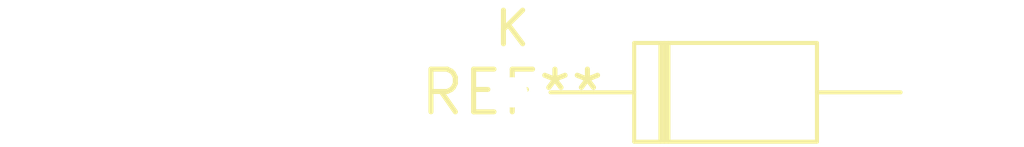
<source format=kicad_pcb>
(kicad_pcb (version 20240108) (generator pcbnew)
  (layers (0 "F.Cu" signal) (31 "B.Cu" signal) (34 "B.Paste" user) (35 "F.Paste" user) (36 "B.SilkS" user "B.Silkscreen") (37 "F.SilkS" user "F.Silkscreen") (38 "B.Mask" user) (39 "F.Mask" user) (44 "Edge.Cuts" user))
  (net 0 "")
  (footprint "D_A-405_P12.70mm_Horizontal" (layer "F.Cu") (at 0 0)
    (property "Reference" "REF**")
    (property "Value" "D_A-405_P12.70mm_Horizontal")
    (fp_line (start 1.14 0) (end 3.63 0) (layer "F.SilkS") (stroke (width 0.12)))
    (fp_line (start 3.63 -1.47) (end 3.63 1.47) (layer "F.SilkS") (stroke (width 0.12)))
    (fp_line (start 3.63 1.47) (end 9.07 1.47) (layer "F.SilkS") (stroke (width 0.12)))
    (fp_line (start 4.41 -1.47) (end 4.41 1.47) (layer "F.SilkS") (stroke (width 0.12)))
    (fp_line (start 4.53 -1.47) (end 4.53 1.47) (layer "F.SilkS") (stroke (width 0.12)))
    (fp_line (start 4.65 -1.47) (end 4.65 1.47) (layer "F.SilkS") (stroke (width 0.12)))
    (fp_line (start 9.07 -1.47) (end 3.63 -1.47) (layer "F.SilkS") (stroke (width 0.12)))
    (fp_line (start 9.07 1.47) (end 9.07 -1.47) (layer "F.SilkS") (stroke (width 0.12)))
    (fp_line (start 11.56 0) (end 9.07 0) (layer "F.SilkS") (stroke (width 0.12)))
    (fp_text user "K" (at 0 -1.9 0) (layer "F.SilkS"))
    (pad "1" thru_hole rect (at 0 0) (size 1.8 1.8) (drill 0.9) (layers *.Cu *.Mask) (remove_unused_layers))
    (pad "2" thru_hole oval (at 12.7 0) (size 1.8 1.8) (drill 0.9) (layers *.Cu *.Mask) (remove_unused_layers))
  )
)
</source>
